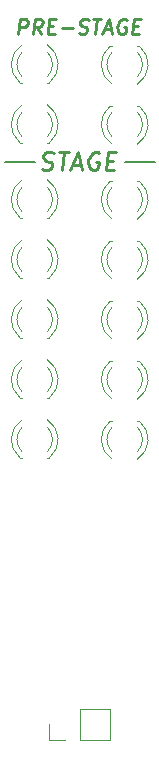
<source format=gto>
G04 #@! TF.GenerationSoftware,KiCad,Pcbnew,(5.1.10)-1*
G04 #@! TF.CreationDate,2021-10-24T19:42:44-07:00*
G04 #@! TF.ProjectId,project,70726f6a-6563-4742-9e6b-696361645f70,rev?*
G04 #@! TF.SameCoordinates,Original*
G04 #@! TF.FileFunction,Legend,Top*
G04 #@! TF.FilePolarity,Positive*
%FSLAX46Y46*%
G04 Gerber Fmt 4.6, Leading zero omitted, Abs format (unit mm)*
G04 Created by KiCad (PCBNEW (5.1.10)-1) date 2021-10-24 19:42:44*
%MOMM*%
%LPD*%
G01*
G04 APERTURE LIST*
%ADD10C,0.150000*%
%ADD11C,0.250000*%
%ADD12C,0.120000*%
G04 APERTURE END LIST*
D10*
X207010000Y-47625000D02*
X209550000Y-47625000D01*
X199390000Y-47625000D02*
X196850000Y-47625000D01*
D11*
X199985491Y-48232142D02*
X200190848Y-48303571D01*
X200547991Y-48303571D01*
X200699776Y-48232142D01*
X200780133Y-48160714D01*
X200869419Y-48017857D01*
X200887276Y-47875000D01*
X200833705Y-47732142D01*
X200771205Y-47660714D01*
X200637276Y-47589285D01*
X200360491Y-47517857D01*
X200226562Y-47446428D01*
X200164062Y-47375000D01*
X200110491Y-47232142D01*
X200128348Y-47089285D01*
X200217633Y-46946428D01*
X200297991Y-46875000D01*
X200449776Y-46803571D01*
X200806919Y-46803571D01*
X201012276Y-46875000D01*
X201449776Y-46803571D02*
X202306919Y-46803571D01*
X201690848Y-48303571D02*
X201878348Y-46803571D01*
X202601562Y-47875000D02*
X203315848Y-47875000D01*
X202405133Y-48303571D02*
X203092633Y-46803571D01*
X203405133Y-48303571D01*
X204869419Y-46875000D02*
X204735491Y-46803571D01*
X204521205Y-46803571D01*
X204297991Y-46875000D01*
X204137276Y-47017857D01*
X204047991Y-47160714D01*
X203940848Y-47446428D01*
X203914062Y-47660714D01*
X203949776Y-47946428D01*
X204003348Y-48089285D01*
X204128348Y-48232142D01*
X204333705Y-48303571D01*
X204476562Y-48303571D01*
X204699776Y-48232142D01*
X204780133Y-48160714D01*
X204842633Y-47660714D01*
X204556919Y-47660714D01*
X205503348Y-47517857D02*
X206003348Y-47517857D01*
X206119419Y-48303571D02*
X205405133Y-48303571D01*
X205592633Y-46803571D01*
X206306919Y-46803571D01*
X197980654Y-36760476D02*
X198136904Y-35510476D01*
X198613095Y-35510476D01*
X198724702Y-35570000D01*
X198776785Y-35629523D01*
X198821428Y-35748571D01*
X198799107Y-35927142D01*
X198724702Y-36046190D01*
X198657738Y-36105714D01*
X198531250Y-36165238D01*
X198055059Y-36165238D01*
X199944940Y-36760476D02*
X199602678Y-36165238D01*
X199230654Y-36760476D02*
X199386904Y-35510476D01*
X199863095Y-35510476D01*
X199974702Y-35570000D01*
X200026785Y-35629523D01*
X200071428Y-35748571D01*
X200049107Y-35927142D01*
X199974702Y-36046190D01*
X199907738Y-36105714D01*
X199781250Y-36165238D01*
X199305059Y-36165238D01*
X200562500Y-36105714D02*
X200979166Y-36105714D01*
X201075892Y-36760476D02*
X200480654Y-36760476D01*
X200636904Y-35510476D01*
X201232142Y-35510476D01*
X201671130Y-36284285D02*
X202623511Y-36284285D01*
X203107142Y-36700952D02*
X203278273Y-36760476D01*
X203575892Y-36760476D01*
X203702380Y-36700952D01*
X203769345Y-36641428D01*
X203843750Y-36522380D01*
X203858630Y-36403333D01*
X203813988Y-36284285D01*
X203761904Y-36224761D01*
X203650297Y-36165238D01*
X203419642Y-36105714D01*
X203308035Y-36046190D01*
X203255952Y-35986666D01*
X203211309Y-35867619D01*
X203226190Y-35748571D01*
X203300595Y-35629523D01*
X203367559Y-35570000D01*
X203494047Y-35510476D01*
X203791666Y-35510476D01*
X203962797Y-35570000D01*
X204327380Y-35510476D02*
X205041666Y-35510476D01*
X204528273Y-36760476D02*
X204684523Y-35510476D01*
X205287202Y-36403333D02*
X205882440Y-36403333D01*
X205123511Y-36760476D02*
X205696428Y-35510476D01*
X205956845Y-36760476D01*
X207177083Y-35570000D02*
X207065476Y-35510476D01*
X206886904Y-35510476D01*
X206700892Y-35570000D01*
X206566964Y-35689047D01*
X206492559Y-35808095D01*
X206403273Y-36046190D01*
X206380952Y-36224761D01*
X206410714Y-36462857D01*
X206455357Y-36581904D01*
X206559523Y-36700952D01*
X206730654Y-36760476D01*
X206849702Y-36760476D01*
X207035714Y-36700952D01*
X207102678Y-36641428D01*
X207154761Y-36224761D01*
X206916666Y-36224761D01*
X207705357Y-36105714D02*
X208122023Y-36105714D01*
X208218749Y-36760476D02*
X207623511Y-36760476D01*
X207779761Y-35510476D01*
X208374999Y-35510476D01*
D12*
X205800000Y-96580000D02*
X205800000Y-93920000D01*
X203200000Y-96580000D02*
X205800000Y-96580000D01*
X203200000Y-93920000D02*
X205800000Y-93920000D01*
X203200000Y-96580000D02*
X203200000Y-93920000D01*
X201930000Y-96580000D02*
X200600000Y-96580000D01*
X200600000Y-96580000D02*
X200600000Y-95250000D01*
X200469837Y-38328870D02*
G75*
G02*
X200470000Y-40410961I-1079837J-1041130D01*
G01*
X198310163Y-38328870D02*
G75*
G03*
X198310000Y-40410961I1079837J-1041130D01*
G01*
X200468608Y-37697665D02*
G75*
G02*
X200625516Y-40930000I-1078608J-1672335D01*
G01*
X198311392Y-37697665D02*
G75*
G03*
X198154484Y-40930000I1078608J-1672335D01*
G01*
X198154000Y-40930000D02*
X198310000Y-40930000D01*
X200470000Y-40930000D02*
X200626000Y-40930000D01*
X205930000Y-37810000D02*
X205774000Y-37810000D01*
X208246000Y-37810000D02*
X208090000Y-37810000D01*
X208088608Y-41042335D02*
G75*
G03*
X208245516Y-37810000I-1078608J1672335D01*
G01*
X205931392Y-41042335D02*
G75*
G02*
X205774484Y-37810000I1078608J1672335D01*
G01*
X208089837Y-40411130D02*
G75*
G03*
X208090000Y-38329039I-1079837J1041130D01*
G01*
X205930163Y-40411130D02*
G75*
G02*
X205930000Y-38329039I1079837J1041130D01*
G01*
X200469837Y-43408870D02*
G75*
G02*
X200470000Y-45490961I-1079837J-1041130D01*
G01*
X198310163Y-43408870D02*
G75*
G03*
X198310000Y-45490961I1079837J-1041130D01*
G01*
X200468608Y-42777665D02*
G75*
G02*
X200625516Y-46010000I-1078608J-1672335D01*
G01*
X198311392Y-42777665D02*
G75*
G03*
X198154484Y-46010000I1078608J-1672335D01*
G01*
X198154000Y-46010000D02*
X198310000Y-46010000D01*
X200470000Y-46010000D02*
X200626000Y-46010000D01*
X205930163Y-45491130D02*
G75*
G02*
X205930000Y-43409039I1079837J1041130D01*
G01*
X208089837Y-45491130D02*
G75*
G03*
X208090000Y-43409039I-1079837J1041130D01*
G01*
X205931392Y-46122335D02*
G75*
G02*
X205774484Y-42890000I1078608J1672335D01*
G01*
X208088608Y-46122335D02*
G75*
G03*
X208245516Y-42890000I-1078608J1672335D01*
G01*
X208246000Y-42890000D02*
X208090000Y-42890000D01*
X205930000Y-42890000D02*
X205774000Y-42890000D01*
X200470000Y-52360000D02*
X200626000Y-52360000D01*
X198154000Y-52360000D02*
X198310000Y-52360000D01*
X198311392Y-49127665D02*
G75*
G03*
X198154484Y-52360000I1078608J-1672335D01*
G01*
X200468608Y-49127665D02*
G75*
G02*
X200625516Y-52360000I-1078608J-1672335D01*
G01*
X198310163Y-49758870D02*
G75*
G03*
X198310000Y-51840961I1079837J-1041130D01*
G01*
X200469837Y-49758870D02*
G75*
G02*
X200470000Y-51840961I-1079837J-1041130D01*
G01*
X205930000Y-49240000D02*
X205774000Y-49240000D01*
X208246000Y-49240000D02*
X208090000Y-49240000D01*
X208088608Y-52472335D02*
G75*
G03*
X208245516Y-49240000I-1078608J1672335D01*
G01*
X205931392Y-52472335D02*
G75*
G02*
X205774484Y-49240000I1078608J1672335D01*
G01*
X208089837Y-51841130D02*
G75*
G03*
X208090000Y-49759039I-1079837J1041130D01*
G01*
X205930163Y-51841130D02*
G75*
G02*
X205930000Y-49759039I1079837J1041130D01*
G01*
X200469837Y-54838870D02*
G75*
G02*
X200470000Y-56920961I-1079837J-1041130D01*
G01*
X198310163Y-54838870D02*
G75*
G03*
X198310000Y-56920961I1079837J-1041130D01*
G01*
X200468608Y-54207665D02*
G75*
G02*
X200625516Y-57440000I-1078608J-1672335D01*
G01*
X198311392Y-54207665D02*
G75*
G03*
X198154484Y-57440000I1078608J-1672335D01*
G01*
X198154000Y-57440000D02*
X198310000Y-57440000D01*
X200470000Y-57440000D02*
X200626000Y-57440000D01*
X205930000Y-54320000D02*
X205774000Y-54320000D01*
X208246000Y-54320000D02*
X208090000Y-54320000D01*
X208088608Y-57552335D02*
G75*
G03*
X208245516Y-54320000I-1078608J1672335D01*
G01*
X205931392Y-57552335D02*
G75*
G02*
X205774484Y-54320000I1078608J1672335D01*
G01*
X208089837Y-56921130D02*
G75*
G03*
X208090000Y-54839039I-1079837J1041130D01*
G01*
X205930163Y-56921130D02*
G75*
G02*
X205930000Y-54839039I1079837J1041130D01*
G01*
X200469837Y-59918870D02*
G75*
G02*
X200470000Y-62000961I-1079837J-1041130D01*
G01*
X198310163Y-59918870D02*
G75*
G03*
X198310000Y-62000961I1079837J-1041130D01*
G01*
X200468608Y-59287665D02*
G75*
G02*
X200625516Y-62520000I-1078608J-1672335D01*
G01*
X198311392Y-59287665D02*
G75*
G03*
X198154484Y-62520000I1078608J-1672335D01*
G01*
X198154000Y-62520000D02*
X198310000Y-62520000D01*
X200470000Y-62520000D02*
X200626000Y-62520000D01*
X205930000Y-59400000D02*
X205774000Y-59400000D01*
X208246000Y-59400000D02*
X208090000Y-59400000D01*
X208088608Y-62632335D02*
G75*
G03*
X208245516Y-59400000I-1078608J1672335D01*
G01*
X205931392Y-62632335D02*
G75*
G02*
X205774484Y-59400000I1078608J1672335D01*
G01*
X208089837Y-62001130D02*
G75*
G03*
X208090000Y-59919039I-1079837J1041130D01*
G01*
X205930163Y-62001130D02*
G75*
G02*
X205930000Y-59919039I1079837J1041130D01*
G01*
X200470000Y-67600000D02*
X200626000Y-67600000D01*
X198154000Y-67600000D02*
X198310000Y-67600000D01*
X198311392Y-64367665D02*
G75*
G03*
X198154484Y-67600000I1078608J-1672335D01*
G01*
X200468608Y-64367665D02*
G75*
G02*
X200625516Y-67600000I-1078608J-1672335D01*
G01*
X198310163Y-64998870D02*
G75*
G03*
X198310000Y-67080961I1079837J-1041130D01*
G01*
X200469837Y-64998870D02*
G75*
G02*
X200470000Y-67080961I-1079837J-1041130D01*
G01*
X205930163Y-67081130D02*
G75*
G02*
X205930000Y-64999039I1079837J1041130D01*
G01*
X208089837Y-67081130D02*
G75*
G03*
X208090000Y-64999039I-1079837J1041130D01*
G01*
X205931392Y-67712335D02*
G75*
G02*
X205774484Y-64480000I1078608J1672335D01*
G01*
X208088608Y-67712335D02*
G75*
G03*
X208245516Y-64480000I-1078608J1672335D01*
G01*
X208246000Y-64480000D02*
X208090000Y-64480000D01*
X205930000Y-64480000D02*
X205774000Y-64480000D01*
X200469837Y-70078870D02*
G75*
G02*
X200470000Y-72160961I-1079837J-1041130D01*
G01*
X198310163Y-70078870D02*
G75*
G03*
X198310000Y-72160961I1079837J-1041130D01*
G01*
X200468608Y-69447665D02*
G75*
G02*
X200625516Y-72680000I-1078608J-1672335D01*
G01*
X198311392Y-69447665D02*
G75*
G03*
X198154484Y-72680000I1078608J-1672335D01*
G01*
X198154000Y-72680000D02*
X198310000Y-72680000D01*
X200470000Y-72680000D02*
X200626000Y-72680000D01*
X205930000Y-69560000D02*
X205774000Y-69560000D01*
X208246000Y-69560000D02*
X208090000Y-69560000D01*
X208088608Y-72792335D02*
G75*
G03*
X208245516Y-69560000I-1078608J1672335D01*
G01*
X205931392Y-72792335D02*
G75*
G02*
X205774484Y-69560000I1078608J1672335D01*
G01*
X208089837Y-72161130D02*
G75*
G03*
X208090000Y-70079039I-1079837J1041130D01*
G01*
X205930163Y-72161130D02*
G75*
G02*
X205930000Y-70079039I1079837J1041130D01*
G01*
M02*

</source>
